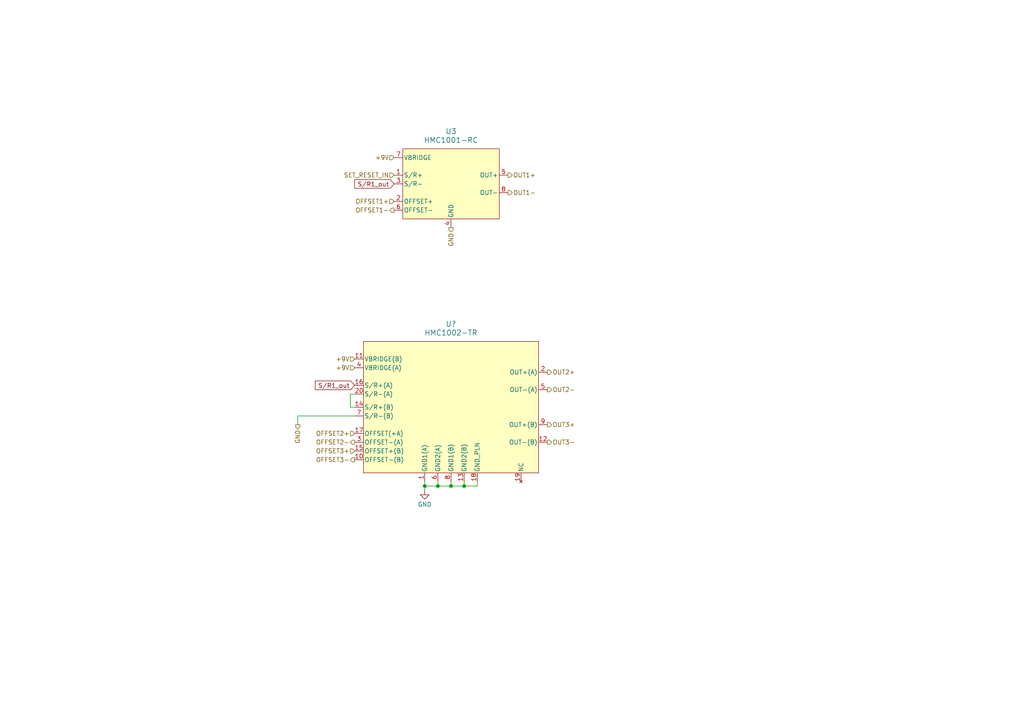
<source format=kicad_sch>
(kicad_sch (version 20250114) (generator "eeschema") (generator_version "9.0")
  (paper "A4")
  (lib_symbols
    (symbol "Imported_kicad_schematic:HMC1001-RC" (pin_names (offset 0.254))
      (property "Reference" "U3" (at 0 15.24 0))
      (property "Value" "HMC1001-RC" (at 0 12.7 0))
      (symbol "HMC1001-RC_1_1"
        (rectangle (start -13.97 10.16) (end 13.97 -10.16) (fill (type background)))
        (pin power_in line (at -16.51 7.62 0) (length 2.54) (name "VBRIDGE") (number "7"))
        (pin power_in line (at -16.51 2.54 0) (length 2.54) (name "S/R+") (number "1"))
        (pin power_out line (at -16.51 0 0) (length 2.54) (name "S/R-") (number "3"))
        (pin unspecified line (at -16.51 -5.08 0) (length 2.54) (name "OFFSET+") (number "2"))
        (pin unspecified line (at -16.51 -7.62 0) (length 2.54) (name "OFFSET-") (number "6"))
        (pin power_out line (at 0 -12.7 90) (length 2.54) (name "GND") (number "4"))
        (pin output line (at 16.51 2.54 180) (length 2.54) (name "OUT+") (number "5"))
        (pin output line (at 16.51 -2.54 180) (length 2.54) (name "OUT-") (number "8"))
      )
    )
    (symbol "Imported_kicad_schematic:HMC1002-TR" (pin_names (offset 0.254))
      (property "Reference" "U" (at 0 23.876 0))
      (property "Value" "HMC1002-TR" (at 0 21.336 0))
      (symbol "HMC1002-TR_1_1"
        (rectangle (start -25.4 19.05) (end 25.4 -19.05) (fill (type background)))
        (pin unspecified line (at -27.94 13.97 0) (length 2.54) (name "VBRIDGE(B)") (number "11"))
        (pin unspecified line (at -27.94 11.43 0) (length 2.54) (name "VBRIDGE(A)") (number "4"))
        (pin unspecified line (at -27.94 6.35 0) (length 2.54) (name "S/R+(A)") (number "16"))
        (pin bidirectional line (at -27.94 3.81 0) (length 2.54) (name "S/R-(A)") (number "20"))
        (pin unspecified line (at -27.94 0 0) (length 2.54) (name "S/R+(B)") (number "14"))
        (pin bidirectional line (at -27.94 -2.54 0) (length 2.54) (name "S/R-(B)") (number "7"))
        (pin unspecified line (at -27.94 -7.62 0) (length 2.54) (name "OFFSET(+A)") (number "17"))
        (pin bidirectional line (at -27.94 -10.16 0) (length 2.54) (name "OFFSET-(A)") (number "3"))
        (pin unspecified line (at -27.94 -12.7 0) (length 2.54) (name "OFFSET+(B)") (number "15"))
        (pin bidirectional line (at -27.94 -15.24 0) (length 2.54) (name "OFFSET-(B)") (number "10"))
        (pin power_out line (at -7.62 -21.59 90) (length 2.54) (name "GND1(A)") (number "1"))
        (pin power_out line (at -3.81 -21.59 90) (length 2.54) (name "GND2(A)") (number "6"))
        (pin power_out line (at 0 -21.59 90) (length 2.54) (name "GND1(B)") (number "8"))
        (pin power_out line (at 3.81 -21.59 90) (length 2.54) (name "GND2(B)") (number "13"))
        (pin power_out line (at 7.62 -21.59 90) (length 2.54) (name "GND_PLN") (number "18"))
        (pin no_connect line (at 20.32 -21.59 90) (length 2.54) (name "NC") (number "19"))
        (pin output line (at 27.94 10.16 180) (length 2.54) (name "OUT+(A)") (number "2"))
        (pin output line (at 27.94 5.08 180) (length 2.54) (name "OUT-(A)") (number "5"))
        (pin output line (at 27.94 -5.08 180) (length 2.54) (name "OUT+(B)") (number "9"))
        (pin output line (at 27.94 -10.16 180) (length 2.54) (name "OUT-(B)") (number "12"))
      )
    )
    (symbol "power:GND" (power) (pin_numbers (hide yes)) (pin_names (offset 0) (hide yes))
      (property "Value" "GND" (at 0 -3.81 0))
      (symbol "GND_0_1"
        (polyline (pts (xy 0 0) (xy 0 -1.27) (xy 1.27 -1.27) (xy 0 -2.54) (xy -1.27 -1.27) (xy 0 -1.27)))
      )
      (symbol "GND_1_1"
        (pin power_in line (at 0 0 270) (length 0) (name "~") (number "1"))
      )
    )
  )
  (junction (at 123.19 140.97))
  (junction (at 130.81 140.97))
  (junction (at 127 140.97))
  (junction (at 134.62 140.97))
  (wire (pts (xy 101.6 118.11) (xy 102.87 118.11)))
  (wire (pts (xy 134.62 140.97) (xy 134.62 139.7)))
  (wire (pts (xy 101.6 114.3) (xy 101.6 118.11)))
  (wire (pts (xy 102.87 120.65) (xy 86.36 120.65)))
  (wire (pts (xy 102.87 114.3) (xy 101.6 114.3)))
  (wire (pts (xy 86.36 120.65) (xy 86.36 123.19)))
  (wire (pts (xy 123.19 140.97) (xy 127 140.97)))
  (wire (pts (xy 123.19 140.97) (xy 123.19 142.24)))
  (wire (pts (xy 130.81 140.97) (xy 130.81 139.7)))
  (wire (pts (xy 130.81 140.97) (xy 134.62 140.97)))
  (wire (pts (xy 127 140.97) (xy 127 139.7)))
  (wire (pts (xy 123.19 139.7) (xy 123.19 140.97)))
  (wire (pts (xy 138.43 140.97) (xy 138.43 139.7)))
  (wire (pts (xy 127 140.97) (xy 130.81 140.97)))
  (wire (pts (xy 134.62 140.97) (xy 138.43 140.97)))
  (global_label "S{slash}R1_out" (shape input) (at 114.3 53.34 180) (property "Intersheetrefs" "${INTERSHEET_REFS}" (effects (hide yes))))
  (global_label "S{slash}R1_out" (shape input) (at 102.87 111.76 180) (property "Intersheetrefs" "${INTERSHEET_REFS}" (effects (hide yes))))
  (hierarchical_label "OUT2-" (shape output) (at 158.75 113.03 0))
  (hierarchical_label "+9V" (shape input) (at 102.87 106.68 180))
  (hierarchical_label "OFFSET3+" (shape input) (at 102.87 130.81 180))
  (hierarchical_label "GND" (shape output) (at 86.36 123.19 270))
  (hierarchical_label "OFFSET1-" (shape output) (at 114.3 60.96 180))
  (hierarchical_label "SET_RESET_IN" (shape input) (at 114.3 50.8 180))
  (hierarchical_label "OUT3-" (shape output) (at 158.75 128.27 0))
  (hierarchical_label "+9V" (shape input) (at 102.87 104.14 180))
  (hierarchical_label "OFFSET2+" (shape input) (at 102.87 125.73 180))
  (hierarchical_label "OUT1+" (shape output) (at 147.32 50.8 0))
  (hierarchical_label "OFFSET3-" (shape output) (at 102.87 133.35 180))
  (hierarchical_label "GND" (shape output) (at 130.81 66.04 270))
  (hierarchical_label "OUT1-" (shape output) (at 147.32 55.88 0))
  (hierarchical_label "+9V" (shape input) (at 114.3 45.72 180))
  (hierarchical_label "OUT2+" (shape output) (at 158.75 107.95 0))
  (hierarchical_label "OFFSET1+" (shape input) (at 114.3 58.42 180))
  (hierarchical_label "OUT3+" (shape output) (at 158.75 123.19 0))
  (hierarchical_label "OFFSET2-" (shape output) (at 102.87 128.27 180))
  (symbol (lib_id "Imported_kicad_schematic:HMC1002-TR") (at 130.81 118.11 0) (unit 1)
    (property "Reference" "U?" (at 130.81 93.98 0) (effects (font (size 1.524 1.524))))
    (property "Value" "HMC1002-TR" (at 130.81 96.52 0) (effects (font (size 1.524 1.524))))
    (property "Footprint" "SOIC20_HNW" (effects (hide yes)))
    (property "Datasheet" "HMC1002-TR" (effects (hide yes)))
  )
  (symbol (lib_id "Imported_kicad_schematic:HMC1001-RC") (at 130.81 53.34 0) (unit 1)
    (property "Reference" "U3" (at 130.81 38.1 0) (effects (font (size 1.524 1.524))))
    (property "Value" "HMC1001-RC" (at 130.81 40.64 0) (effects (font (size 1.524 1.524))))
    (property "Footprint" "SIP8_HMC1001_HNW" (effects (hide yes)))
    (property "Datasheet" "HMC1001-RC" (effects (hide yes)))
  )
  (symbol (lib_id "power:GND") (at 123.19 142.24 0) (unit 1)
    (property "Reference" "#PWR032" (effects (hide yes)))
    (property "Value" "GND" (at 123.19 146.304 0))
    (property "Description" "Power symbol creates a global label with name \"GND\" , ground" (effects (hide yes)))
  )
)
</source>
